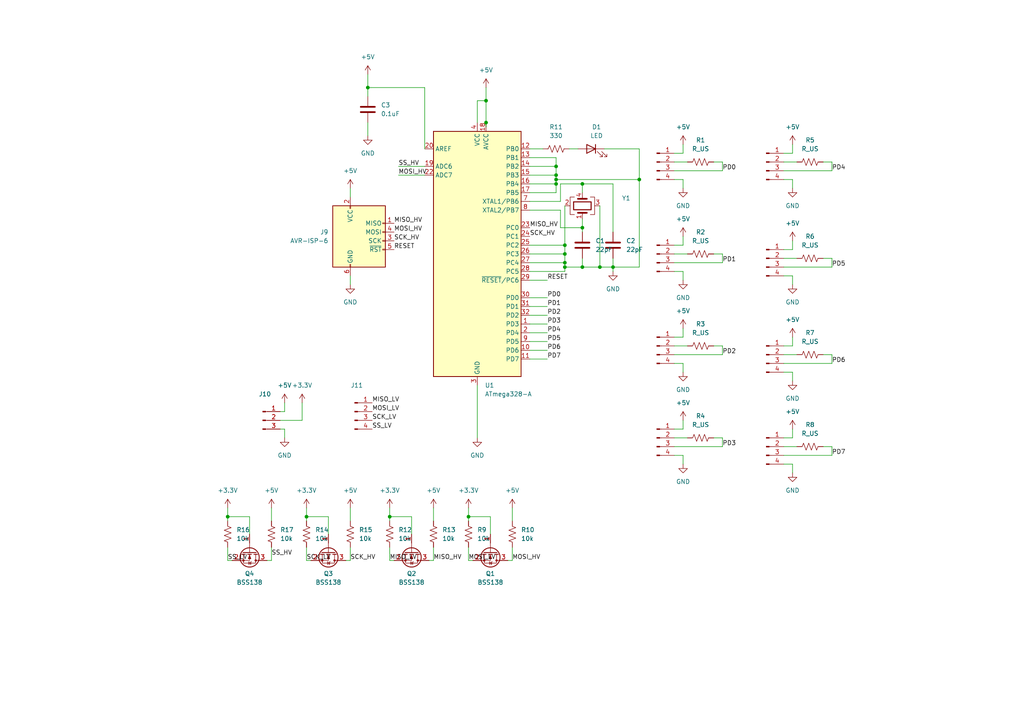
<source format=kicad_sch>
(kicad_sch (version 20230121) (generator eeschema)
  (paper "A4")
  (title_block (title "Octasonic Breakout for Raspberry Pi") (company "Grove Enterprises LLC"))
  (lib_symbols
    (symbol "Connector:AVR-ISP-6" (pin_names (offset 1.016))
      (property "Reference" "J" (at -6.35 11.43 0))
      (property "Value" "AVR-ISP-6" (at 0 11.43 0))
      (symbol "AVR-ISP-6_0_1"
        (rectangle (start -2.667 -6.858) (end -2.413 -7.62))
        (rectangle (start -2.667 10.16) (end -2.413 9.398))
        (rectangle (start 7.62 -2.413) (end 6.858 -2.667))
        (rectangle (start 7.62 0.127) (end 6.858 -0.127))
        (rectangle (start 7.62 2.667) (end 6.858 2.413))
        (rectangle (start 7.62 5.207) (end 6.858 4.953))
        (rectangle (start 7.62 10.16) (end -7.62 -7.62) (stroke (width 0.254)) (fill (type background)))
      )
      (symbol "AVR-ISP-6_1_1"
        (pin passive line (at 10.16 5.08 180) (length 2.54) (name "MISO") (number "1"))
        (pin passive line (at -2.54 12.7 270) (length 2.54) (name "VCC") (number "2"))
        (pin passive line (at 10.16 0 180) (length 2.54) (name "SCK") (number "3"))
        (pin passive line (at 10.16 2.54 180) (length 2.54) (name "MOSI") (number "4"))
        (pin passive line (at 10.16 -2.54 180) (length 2.54) (name "~{RST}") (number "5"))
        (pin passive line (at -2.54 -10.16 90) (length 2.54) (name "GND") (number "6"))
      )
    )
    (symbol "Connector:Conn_01x03_Pin" (pin_names (offset 1.016) hide)
      (property "Reference" "J" (at 0 5.08 0))
      (property "Value" "Conn_01x03_Pin" (at 0 -5.08 0))
      (symbol "Conn_01x03_Pin_1_1"
        (polyline (pts (xy 1.27 -2.54) (xy 0.8636 -2.54)) (stroke (width 0.1524)))
        (polyline (pts (xy 1.27 0) (xy 0.8636 0)) (stroke (width 0.1524)))
        (polyline (pts (xy 1.27 2.54) (xy 0.8636 2.54)) (stroke (width 0.1524)))
        (rectangle (start 0.8636 -2.413) (end 0 -2.667) (stroke (width 0.1524)) (fill (type outline)))
        (rectangle (start 0.8636 0.127) (end 0 -0.127) (stroke (width 0.1524)) (fill (type outline)))
        (rectangle (start 0.8636 2.667) (end 0 2.413) (stroke (width 0.1524)) (fill (type outline)))
        (pin passive line (at 5.08 2.54 180) (length 3.81) (name "Pin_1") (number "1"))
        (pin passive line (at 5.08 0 180) (length 3.81) (name "Pin_2") (number "2"))
        (pin passive line (at 5.08 -2.54 180) (length 3.81) (name "Pin_3") (number "3"))
      )
    )
    (symbol "Connector:Conn_01x04_Pin" (pin_names (offset 1.016) hide)
      (property "Reference" "J" (at 0 5.08 0))
      (property "Value" "Conn_01x04_Pin" (at 0 -7.62 0))
      (symbol "Conn_01x04_Pin_1_1"
        (polyline (pts (xy 1.27 -5.08) (xy 0.8636 -5.08)) (stroke (width 0.1524)))
        (polyline (pts (xy 1.27 -2.54) (xy 0.8636 -2.54)) (stroke (width 0.1524)))
        (polyline (pts (xy 1.27 0) (xy 0.8636 0)) (stroke (width 0.1524)))
        (polyline (pts (xy 1.27 2.54) (xy 0.8636 2.54)) (stroke (width 0.1524)))
        (rectangle (start 0.8636 -4.953) (end 0 -5.207) (stroke (width 0.1524)) (fill (type outline)))
        (rectangle (start 0.8636 -2.413) (end 0 -2.667) (stroke (width 0.1524)) (fill (type outline)))
        (rectangle (start 0.8636 0.127) (end 0 -0.127) (stroke (width 0.1524)) (fill (type outline)))
        (rectangle (start 0.8636 2.667) (end 0 2.413) (stroke (width 0.1524)) (fill (type outline)))
        (pin passive line (at 5.08 2.54 180) (length 3.81) (name "Pin_1") (number "1"))
        (pin passive line (at 5.08 0 180) (length 3.81) (name "Pin_2") (number "2"))
        (pin passive line (at 5.08 -2.54 180) (length 3.81) (name "Pin_3") (number "3"))
        (pin passive line (at 5.08 -5.08 180) (length 3.81) (name "Pin_4") (number "4"))
      )
    )
    (symbol "Device:C" (pin_numbers hide) (pin_names (offset 0.254))
      (property "Reference" "C" (at 0.635 2.54 0))
      (property "Value" "C" (at 0.635 -2.54 0))
      (symbol "C_0_1"
        (polyline (pts (xy -2.032 -0.762) (xy 2.032 -0.762)) (stroke (width 0.508)))
        (polyline (pts (xy -2.032 0.762) (xy 2.032 0.762)) (stroke (width 0.508)))
      )
      (symbol "C_1_1"
        (pin passive line (at 0 3.81 270) (length 2.794) (name "~") (number "1"))
        (pin passive line (at 0 -3.81 90) (length 2.794) (name "~") (number "2"))
      )
    )
    (symbol "Device:Crystal_GND23" (pin_names (offset 1.016) hide)
      (property "Reference" "Y" (at 3.175 5.08 0))
      (property "Value" "Crystal_GND23" (at 3.175 3.175 0))
      (symbol "Crystal_GND23_0_1"
        (rectangle (start -1.143 2.54) (end 1.143 -2.54) (stroke (width 0.3048)))
        (polyline (pts (xy -2.54 0) (xy -2.032 0)))
        (polyline (pts (xy -2.032 -1.27) (xy -2.032 1.27)) (stroke (width 0.508)))
        (polyline (pts (xy 0 -3.81) (xy 0 -3.556)))
        (polyline (pts (xy 0 3.556) (xy 0 3.81)))
        (polyline (pts (xy 2.032 -1.27) (xy 2.032 1.27)) (stroke (width 0.508)))
        (polyline (pts (xy 2.032 0) (xy 2.54 0)))
        (polyline (pts (xy -2.54 -2.286) (xy -2.54 -3.556) (xy 2.54 -3.556) (xy 2.54 -2.286)))
        (polyline (pts (xy -2.54 2.286) (xy -2.54 3.556) (xy 2.54 3.556) (xy 2.54 2.286)))
      )
      (symbol "Crystal_GND23_1_1"
        (pin passive line (at -3.81 0 0) (length 1.27) (name "1") (number "1"))
        (pin passive line (at 0 5.08 270) (length 1.27) (name "2") (number "2"))
        (pin passive line (at 0 -5.08 90) (length 1.27) (name "3") (number "3"))
        (pin passive line (at 3.81 0 180) (length 1.27) (name "4") (number "4"))
      )
    )
    (symbol "Device:LED" (pin_numbers hide) (pin_names (offset 1.016) hide)
      (property "Reference" "D" (at 0 2.54 0))
      (property "Value" "LED" (at 0 -2.54 0))
      (symbol "LED_0_1"
        (polyline (pts (xy -1.27 -1.27) (xy -1.27 1.27)) (stroke (width 0.254)))
        (polyline (pts (xy -1.27 0) (xy 1.27 0)))
        (polyline (pts (xy 1.27 -1.27) (xy 1.27 1.27) (xy -1.27 0) (xy 1.27 -1.27)) (stroke (width 0.254)))
        (polyline (pts (xy -3.048 -0.762) (xy -4.572 -2.286) (xy -3.81 -2.286) (xy -4.572 -2.286) (xy -4.572 -1.524)))
        (polyline (pts (xy -1.778 -0.762) (xy -3.302 -2.286) (xy -2.54 -2.286) (xy -3.302 -2.286) (xy -3.302 -1.524)))
      )
      (symbol "LED_1_1"
        (pin passive line (at -3.81 0 0) (length 2.54) (name "K") (number "1"))
        (pin passive line (at 3.81 0 180) (length 2.54) (name "A") (number "2"))
      )
    )
    (symbol "Device:R_US" (pin_numbers hide) (pin_names (offset 0))
      (property "Reference" "R" (at 2.54 0 90))
      (property "Value" "R_US" (at -2.54 0 90))
      (symbol "R_US_0_1"
        (polyline (pts (xy 0 -2.286) (xy 0 -2.54)))
        (polyline (pts (xy 0 2.286) (xy 0 2.54)))
        (polyline (pts (xy 0 -0.762) (xy 1.016 -1.143) (xy 0 -1.524) (xy -1.016 -1.905) (xy 0 -2.286)))
        (polyline (pts (xy 0 0.762) (xy 1.016 0.381) (xy 0 0) (xy -1.016 -0.381) (xy 0 -0.762)))
        (polyline (pts (xy 0 2.286) (xy 1.016 1.905) (xy 0 1.524) (xy -1.016 1.143) (xy 0 0.762)))
      )
      (symbol "R_US_1_1"
        (pin passive line (at 0 3.81 270) (length 1.27) (name "~") (number "1"))
        (pin passive line (at 0 -3.81 90) (length 1.27) (name "~") (number "2"))
      )
    )
    (symbol "MCU_Microchip_ATmega:ATmega328-A"
      (property "Reference" "U" (at -12.7 36.83 0))
      (property "Value" "ATmega328-A" (at 2.54 -36.83 0))
      (symbol "ATmega328-A_0_1"
        (rectangle (start -12.7 -35.56) (end 12.7 35.56) (stroke (width 0.254)) (fill (type background)))
      )
      (symbol "ATmega328-A_1_1"
        (pin bidirectional line (at 15.24 -20.32 180) (length 2.54) (name "PD3") (number "1"))
        (pin bidirectional line (at 15.24 -27.94 180) (length 2.54) (name "PD6") (number "10"))
        (pin bidirectional line (at 15.24 -30.48 180) (length 2.54) (name "PD7") (number "11"))
        (pin bidirectional line (at 15.24 30.48 180) (length 2.54) (name "PB0") (number "12"))
        (pin bidirectional line (at 15.24 27.94 180) (length 2.54) (name "PB1") (number "13"))
        (pin bidirectional line (at 15.24 25.4 180) (length 2.54) (name "PB2") (number "14"))
        (pin bidirectional line (at 15.24 22.86 180) (length 2.54) (name "PB3") (number "15"))
        (pin bidirectional line (at 15.24 20.32 180) (length 2.54) (name "PB4") (number "16"))
        (pin bidirectional line (at 15.24 17.78 180) (length 2.54) (name "PB5") (number "17"))
        (pin power_in line (at 2.54 38.1 270) (length 2.54) (name "AVCC") (number "18"))
        (pin input line (at -15.24 25.4 0) (length 2.54) (name "ADC6") (number "19"))
        (pin bidirectional line (at 15.24 -22.86 180) (length 2.54) (name "PD4") (number "2"))
        (pin passive line (at -15.24 30.48 0) (length 2.54) (name "AREF") (number "20"))
        (pin passive line (at 0 -38.1 90) (length 2.54) hide (name "GND") (number "21"))
        (pin input line (at -15.24 22.86 0) (length 2.54) (name "ADC7") (number "22"))
        (pin bidirectional line (at 15.24 7.62 180) (length 2.54) (name "PC0") (number "23"))
        (pin bidirectional line (at 15.24 5.08 180) (length 2.54) (name "PC1") (number "24"))
        (pin bidirectional line (at 15.24 2.54 180) (length 2.54) (name "PC2") (number "25"))
        (pin bidirectional line (at 15.24 0 180) (length 2.54) (name "PC3") (number "26"))
        (pin bidirectional line (at 15.24 -2.54 180) (length 2.54) (name "PC4") (number "27"))
        (pin bidirectional line (at 15.24 -5.08 180) (length 2.54) (name "PC5") (number "28"))
        (pin bidirectional line (at 15.24 -7.62 180) (length 2.54) (name "~{RESET}/PC6") (number "29"))
        (pin power_in line (at 0 -38.1 90) (length 2.54) (name "GND") (number "3"))
        (pin bidirectional line (at 15.24 -12.7 180) (length 2.54) (name "PD0") (number "30"))
        (pin bidirectional line (at 15.24 -15.24 180) (length 2.54) (name "PD1") (number "31"))
        (pin bidirectional line (at 15.24 -17.78 180) (length 2.54) (name "PD2") (number "32"))
        (pin power_in line (at 0 38.1 270) (length 2.54) (name "VCC") (number "4"))
        (pin passive line (at 0 -38.1 90) (length 2.54) hide (name "GND") (number "5"))
        (pin passive line (at 0 38.1 270) (length 2.54) hide (name "VCC") (number "6"))
        (pin bidirectional line (at 15.24 15.24 180) (length 2.54) (name "XTAL1/PB6") (number "7"))
        (pin bidirectional line (at 15.24 12.7 180) (length 2.54) (name "XTAL2/PB7") (number "8"))
        (pin bidirectional line (at 15.24 -25.4 180) (length 2.54) (name "PD5") (number "9"))
      )
    )
    (symbol "Transistor_FET:BSS138" (pin_names hide)
      (property "Reference" "Q" (at 5.08 1.905 0))
      (property "Value" "BSS138" (at 5.08 0 0))
      (symbol "BSS138_0_1"
        (polyline (pts (xy 0.254 0) (xy -2.54 0)))
        (polyline (pts (xy 0.254 1.905) (xy 0.254 -1.905)) (stroke (width 0.254)))
        (polyline (pts (xy 0.762 -1.27) (xy 0.762 -2.286)) (stroke (width 0.254)))
        (polyline (pts (xy 0.762 0.508) (xy 0.762 -0.508)) (stroke (width 0.254)))
        (polyline (pts (xy 0.762 2.286) (xy 0.762 1.27)) (stroke (width 0.254)))
        (polyline (pts (xy 2.54 2.54) (xy 2.54 1.778)))
        (polyline (pts (xy 2.54 -2.54) (xy 2.54 0) (xy 0.762 0)))
        (polyline (pts (xy 0.762 -1.778) (xy 3.302 -1.778) (xy 3.302 1.778) (xy 0.762 1.778)))
        (polyline (pts (xy 1.016 0) (xy 2.032 0.381) (xy 2.032 -0.381) (xy 1.016 0)) (fill (type outline)))
        (polyline (pts (xy 2.794 0.508) (xy 2.921 0.381) (xy 3.683 0.381) (xy 3.81 0.254)))
        (polyline (pts (xy 3.302 0.381) (xy 2.921 -0.254) (xy 3.683 -0.254) (xy 3.302 0.381)))
        (circle (center 1.651 0) (radius 2.794) (stroke (width 0.254)))
        (circle (center 2.54 -1.778) (radius 0.254) (fill (type outline)))
        (circle (center 2.54 1.778) (radius 0.254) (fill (type outline)))
      )
      (symbol "BSS138_1_1"
        (pin input line (at -5.08 0 0) (length 2.54) (name "G") (number "1"))
        (pin passive line (at 2.54 -5.08 90) (length 2.54) (name "S") (number "2"))
        (pin passive line (at 2.54 5.08 270) (length 2.54) (name "D") (number "3"))
      )
    )
    (symbol "power:+3.3V" (power) (pin_names (offset 0))
      (property "Value" "+3.3V" (at 0 3.556 0))
      (symbol "+3.3V_0_1"
        (polyline (pts (xy -0.762 1.27) (xy 0 2.54)))
        (polyline (pts (xy 0 0) (xy 0 2.54)))
        (polyline (pts (xy 0 2.54) (xy 0.762 1.27)))
      )
      (symbol "+3.3V_1_1"
        (pin power_in line (at 0 0 90) (length 0) hide (name "+3.3V") (number "1"))
      )
    )
    (symbol "power:+5V" (power) (pin_names (offset 0))
      (property "Value" "+5V" (at 0 3.556 0))
      (symbol "+5V_0_1"
        (polyline (pts (xy -0.762 1.27) (xy 0 2.54)))
        (polyline (pts (xy 0 0) (xy 0 2.54)))
        (polyline (pts (xy 0 2.54) (xy 0.762 1.27)))
      )
      (symbol "+5V_1_1"
        (pin power_in line (at 0 0 90) (length 0) hide (name "+5V") (number "1"))
      )
    )
    (symbol "power:GND" (power) (pin_names (offset 0))
      (property "Value" "GND" (at 0 -3.81 0))
      (symbol "GND_0_1"
        (polyline (pts (xy 0 0) (xy 0 -1.27) (xy 1.27 -1.27) (xy 0 -2.54) (xy -1.27 -1.27) (xy 0 -1.27)))
      )
      (symbol "GND_1_1"
        (pin power_in line (at 0 0 270) (length 0) hide (name "GND") (number "1"))
      )
    )
  )
  (junction (at 106.68 25.4))
  (junction (at 135.89 149.86))
  (junction (at 140.97 35.56))
  (junction (at 163.83 77.47))
  (junction (at 161.29 52.07))
  (junction (at 168.91 66.04))
  (junction (at 168.91 77.47))
  (junction (at 168.91 53.34))
  (junction (at 163.83 71.12))
  (junction (at 173.99 77.47))
  (junction (at 163.83 73.66))
  (junction (at 161.29 48.26))
  (junction (at 163.83 76.2))
  (junction (at 88.9 149.86))
  (junction (at 66.04 149.86))
  (junction (at 161.29 50.8))
  (junction (at 113.03 149.86))
  (junction (at 161.29 53.34))
  (junction (at 185.42 52.07))
  (junction (at 177.8 77.47))
  (junction (at 140.97 29.21))
  (wire (pts (xy 198.12 81.28) (xy 198.12 78.74)))
  (wire (pts (xy 148.59 147.32) (xy 148.59 151.13)))
  (wire (pts (xy 209.55 76.2) (xy 195.58 76.2)))
  (wire (pts (xy 88.9 149.86) (xy 95.25 149.86)))
  (wire (pts (xy 161.29 48.26) (xy 161.29 50.8)))
  (wire (pts (xy 163.83 73.66) (xy 163.83 76.2)))
  (wire (pts (xy 88.9 158.75) (xy 88.9 162.56)))
  (wire (pts (xy 161.29 50.8) (xy 161.29 52.07)))
  (wire (pts (xy 198.12 44.45) (xy 195.58 44.45)))
  (wire (pts (xy 198.12 78.74) (xy 195.58 78.74)))
  (wire (pts (xy 66.04 149.86) (xy 66.04 151.13)))
  (wire (pts (xy 227.33 74.93) (xy 231.14 74.93)))
  (wire (pts (xy 78.74 158.75) (xy 78.74 162.56)))
  (wire (pts (xy 173.99 59.69) (xy 173.99 77.47)))
  (wire (pts (xy 158.75 99.06) (xy 153.67 99.06)))
  (wire (pts (xy 241.3 74.93) (xy 241.3 77.47)))
  (wire (pts (xy 198.12 107.95) (xy 198.12 105.41)))
  (wire (pts (xy 229.87 41.91) (xy 229.87 44.45)))
  (wire (pts (xy 87.63 116.84) (xy 87.63 121.92)))
  (wire (pts (xy 229.87 52.07) (xy 227.33 52.07)))
  (wire (pts (xy 198.12 121.92) (xy 198.12 124.46)))
  (wire (pts (xy 198.12 52.07) (xy 195.58 52.07)))
  (wire (pts (xy 241.3 102.87) (xy 241.3 105.41)))
  (wire (pts (xy 229.87 80.01) (xy 227.33 80.01)))
  (wire (pts (xy 78.74 147.32) (xy 78.74 151.13)))
  (wire (pts (xy 158.75 91.44) (xy 153.67 91.44)))
  (wire (pts (xy 95.25 149.86) (xy 95.25 154.94)))
  (wire (pts (xy 113.03 147.32) (xy 113.03 149.86)))
  (wire (pts (xy 162.56 60.96) (xy 162.56 66.04)))
  (wire (pts (xy 153.67 73.66) (xy 163.83 73.66)))
  (wire (pts (xy 101.6 162.56) (xy 100.33 162.56)))
  (wire (pts (xy 173.99 77.47) (xy 177.8 77.47)))
  (wire (pts (xy 209.55 46.99) (xy 209.55 49.53)))
  (wire (pts (xy 168.91 77.47) (xy 173.99 77.47)))
  (wire (pts (xy 82.55 116.84) (xy 82.55 119.38)))
  (wire (pts (xy 168.91 53.34) (xy 168.91 55.88)))
  (wire (pts (xy 241.3 77.47) (xy 227.33 77.47)))
  (wire (pts (xy 142.24 149.86) (xy 142.24 154.94)))
  (wire (pts (xy 229.87 54.61) (xy 229.87 52.07)))
  (wire (pts (xy 88.9 149.86) (xy 88.9 151.13)))
  (wire (pts (xy 158.75 93.98) (xy 153.67 93.98)))
  (wire (pts (xy 238.76 46.99) (xy 241.3 46.99)))
  (wire (pts (xy 209.55 129.54) (xy 195.58 129.54)))
  (wire (pts (xy 168.91 77.47) (xy 168.91 74.93)))
  (wire (pts (xy 66.04 147.32) (xy 66.04 149.86)))
  (wire (pts (xy 163.83 77.47) (xy 168.91 77.47)))
  (wire (pts (xy 229.87 100.33) (xy 227.33 100.33)))
  (wire (pts (xy 81.28 124.46) (xy 82.55 124.46)))
  (wire (pts (xy 177.8 53.34) (xy 168.91 53.34)))
  (wire (pts (xy 66.04 162.56) (xy 67.31 162.56)))
  (wire (pts (xy 113.03 149.86) (xy 113.03 151.13)))
  (wire (pts (xy 135.89 158.75) (xy 135.89 162.56)))
  (wire (pts (xy 135.89 162.56) (xy 137.16 162.56)))
  (wire (pts (xy 123.19 25.4) (xy 106.68 25.4)))
  (wire (pts (xy 198.12 97.79) (xy 195.58 97.79)))
  (wire (pts (xy 135.89 149.86) (xy 142.24 149.86)))
  (wire (pts (xy 229.87 72.39) (xy 227.33 72.39)))
  (wire (pts (xy 185.42 77.47) (xy 177.8 77.47)))
  (wire (pts (xy 229.87 97.79) (xy 229.87 100.33)))
  (wire (pts (xy 135.89 147.32) (xy 135.89 149.86)))
  (wire (pts (xy 207.01 46.99) (xy 209.55 46.99)))
  (wire (pts (xy 229.87 82.55) (xy 229.87 80.01)))
  (wire (pts (xy 115.57 50.8) (xy 123.19 50.8)))
  (wire (pts (xy 195.58 100.33) (xy 199.39 100.33)))
  (wire (pts (xy 153.67 48.26) (xy 161.29 48.26)))
  (wire (pts (xy 158.75 101.6) (xy 153.67 101.6)))
  (wire (pts (xy 153.67 60.96) (xy 162.56 60.96)))
  (wire (pts (xy 161.29 45.72) (xy 161.29 48.26)))
  (wire (pts (xy 168.91 66.04) (xy 168.91 67.31)))
  (wire (pts (xy 238.76 102.87) (xy 241.3 102.87)))
  (wire (pts (xy 229.87 127) (xy 227.33 127)))
  (wire (pts (xy 78.74 162.56) (xy 77.47 162.56)))
  (wire (pts (xy 148.59 158.75) (xy 148.59 162.56)))
  (wire (pts (xy 82.55 119.38) (xy 81.28 119.38)))
  (wire (pts (xy 227.33 129.54) (xy 231.14 129.54)))
  (wire (pts (xy 207.01 73.66) (xy 209.55 73.66)))
  (wire (pts (xy 125.73 147.32) (xy 125.73 151.13)))
  (wire (pts (xy 125.73 158.75) (xy 125.73 162.56)))
  (wire (pts (xy 66.04 149.86) (xy 72.39 149.86)))
  (wire (pts (xy 135.89 149.86) (xy 135.89 151.13)))
  (wire (pts (xy 238.76 129.54) (xy 241.3 129.54)))
  (wire (pts (xy 177.8 74.93) (xy 177.8 77.47)))
  (wire (pts (xy 106.68 25.4) (xy 106.68 27.94)))
  (wire (pts (xy 153.67 55.88) (xy 161.29 55.88)))
  (wire (pts (xy 106.68 35.56) (xy 106.68 39.37)))
  (wire (pts (xy 140.97 35.56) (xy 140.97 36.83)))
  (wire (pts (xy 123.19 43.18) (xy 123.19 25.4)))
  (wire (pts (xy 153.67 43.18) (xy 157.48 43.18)))
  (wire (pts (xy 88.9 147.32) (xy 88.9 149.86)))
  (wire (pts (xy 158.75 104.14) (xy 153.67 104.14)))
  (wire (pts (xy 177.8 77.47) (xy 177.8 78.74)))
  (wire (pts (xy 198.12 95.25) (xy 198.12 97.79)))
  (wire (pts (xy 229.87 124.46) (xy 229.87 127)))
  (wire (pts (xy 198.12 134.62) (xy 198.12 132.08)))
  (wire (pts (xy 162.56 53.34) (xy 168.91 53.34)))
  (wire (pts (xy 163.83 76.2) (xy 163.83 77.47)))
  (wire (pts (xy 163.83 78.74) (xy 163.83 77.47)))
  (wire (pts (xy 113.03 149.86) (xy 119.38 149.86)))
  (wire (pts (xy 209.55 100.33) (xy 209.55 102.87)))
  (wire (pts (xy 153.67 53.34) (xy 161.29 53.34)))
  (wire (pts (xy 153.67 45.72) (xy 161.29 45.72)))
  (wire (pts (xy 66.04 158.75) (xy 66.04 162.56)))
  (wire (pts (xy 119.38 149.86) (xy 119.38 154.94)))
  (wire (pts (xy 125.73 162.56) (xy 124.46 162.56)))
  (wire (pts (xy 153.67 71.12) (xy 163.83 71.12)))
  (wire (pts (xy 229.87 69.85) (xy 229.87 72.39)))
  (wire (pts (xy 140.97 25.4) (xy 140.97 29.21)))
  (wire (pts (xy 101.6 80.01) (xy 101.6 82.55)))
  (wire (pts (xy 158.75 96.52) (xy 153.67 96.52)))
  (wire (pts (xy 195.58 73.66) (xy 199.39 73.66)))
  (wire (pts (xy 198.12 41.91) (xy 198.12 44.45)))
  (wire (pts (xy 161.29 52.07) (xy 161.29 53.34)))
  (wire (pts (xy 168.91 63.5) (xy 168.91 66.04)))
  (wire (pts (xy 163.83 59.69) (xy 163.83 71.12)))
  (wire (pts (xy 177.8 67.31) (xy 177.8 53.34)))
  (wire (pts (xy 209.55 127) (xy 209.55 129.54)))
  (wire (pts (xy 153.67 58.42) (xy 162.56 58.42)))
  (wire (pts (xy 115.57 48.26) (xy 123.19 48.26)))
  (wire (pts (xy 229.87 107.95) (xy 227.33 107.95)))
  (wire (pts (xy 153.67 50.8) (xy 161.29 50.8)))
  (wire (pts (xy 229.87 44.45) (xy 227.33 44.45)))
  (wire (pts (xy 241.3 46.99) (xy 241.3 49.53)))
  (wire (pts (xy 198.12 124.46) (xy 195.58 124.46)))
  (wire (pts (xy 161.29 53.34) (xy 161.29 55.88)))
  (wire (pts (xy 162.56 66.04) (xy 168.91 66.04)))
  (wire (pts (xy 113.03 162.56) (xy 114.3 162.56)))
  (wire (pts (xy 153.67 76.2) (xy 163.83 76.2)))
  (wire (pts (xy 153.67 78.74) (xy 163.83 78.74)))
  (wire (pts (xy 238.76 74.93) (xy 241.3 74.93)))
  (wire (pts (xy 175.26 43.18) (xy 185.42 43.18)))
  (wire (pts (xy 209.55 73.66) (xy 209.55 76.2)))
  (wire (pts (xy 198.12 71.12) (xy 195.58 71.12)))
  (wire (pts (xy 101.6 147.32) (xy 101.6 151.13)))
  (wire (pts (xy 229.87 134.62) (xy 227.33 134.62)))
  (wire (pts (xy 140.97 29.21) (xy 138.43 29.21)))
  (wire (pts (xy 165.1 43.18) (xy 167.64 43.18)))
  (wire (pts (xy 148.59 162.56) (xy 147.32 162.56)))
  (wire (pts (xy 88.9 162.56) (xy 90.17 162.56)))
  (wire (pts (xy 227.33 102.87) (xy 231.14 102.87)))
  (wire (pts (xy 185.42 43.18) (xy 185.42 52.07)))
  (wire (pts (xy 113.03 158.75) (xy 113.03 162.56)))
  (wire (pts (xy 87.63 121.92) (xy 81.28 121.92)))
  (wire (pts (xy 138.43 29.21) (xy 138.43 35.56)))
  (wire (pts (xy 72.39 149.86) (xy 72.39 154.94)))
  (wire (pts (xy 163.83 71.12) (xy 163.83 73.66)))
  (wire (pts (xy 161.29 52.07) (xy 185.42 52.07)))
  (wire (pts (xy 106.68 21.59) (xy 106.68 25.4)))
  (wire (pts (xy 229.87 110.49) (xy 229.87 107.95)))
  (wire (pts (xy 198.12 105.41) (xy 195.58 105.41)))
  (wire (pts (xy 229.87 137.16) (xy 229.87 134.62)))
  (wire (pts (xy 198.12 54.61) (xy 198.12 52.07)))
  (wire (pts (xy 195.58 127) (xy 199.39 127)))
  (wire (pts (xy 241.3 129.54) (xy 241.3 132.08)))
  (wire (pts (xy 207.01 127) (xy 209.55 127)))
  (wire (pts (xy 209.55 49.53) (xy 195.58 49.53)))
  (wire (pts (xy 209.55 102.87) (xy 195.58 102.87)))
  (wire (pts (xy 198.12 68.58) (xy 198.12 71.12)))
  (wire (pts (xy 158.75 81.28) (xy 153.67 81.28)))
  (wire (pts (xy 158.75 86.36) (xy 153.67 86.36)))
  (wire (pts (xy 241.3 49.53) (xy 227.33 49.53)))
  (wire (pts (xy 82.55 124.46) (xy 82.55 127)))
  (wire (pts (xy 162.56 58.42) (xy 162.56 53.34)))
  (wire (pts (xy 158.75 88.9) (xy 153.67 88.9)))
  (wire (pts (xy 101.6 158.75) (xy 101.6 162.56)))
  (wire (pts (xy 138.43 111.76) (xy 138.43 127)))
  (wire (pts (xy 101.6 54.61) (xy 101.6 57.15)))
  (wire (pts (xy 241.3 105.41) (xy 227.33 105.41)))
  (wire (pts (xy 198.12 132.08) (xy 195.58 132.08)))
  (wire (pts (xy 140.97 29.21) (xy 140.97 35.56)))
  (wire (pts (xy 195.58 46.99) (xy 199.39 46.99)))
  (wire (pts (xy 207.01 100.33) (xy 209.55 100.33)))
  (wire (pts (xy 227.33 46.99) (xy 231.14 46.99)))
  (wire (pts (xy 241.3 132.08) (xy 227.33 132.08)))
  (wire (pts (xy 185.42 52.07) (xy 185.42 77.47)))
  (label "MOSI_LV" (at 135.89 162.56 0))
  (label "PD4" (at 241.3 49.53 0))
  (label "PD6" (at 241.3 105.41 0))
  (label "SCK_HV" (at 114.3 69.85 0))
  (label "PD5" (at 158.75 99.06 0))
  (label "PD3" (at 158.75 93.98 0))
  (label "RESET" (at 158.75 81.28 0))
  (label "MOSI_HV" (at 114.3 67.31 0))
  (label "MOSI_LV" (at 107.95 119.38 0))
  (label "PD7" (at 241.3 132.08 0))
  (label "PD3" (at 209.55 129.54 0))
  (label "SCK_HV" (at 153.67 68.58 0))
  (label "PD6" (at 158.75 101.6 0))
  (label "PD1" (at 158.75 88.9 0))
  (label "MOSI_HV" (at 115.57 50.8 0))
  (label "MOSI_HV" (at 148.59 162.56 0))
  (label "SCK_HV" (at 101.6 162.56 0))
  (label "SCK_LV" (at 88.9 162.56 0))
  (label "PD2" (at 209.55 102.87 0))
  (label "PD5" (at 241.3 77.47 0))
  (label "SS_LV" (at 66.04 162.56 0))
  (label "MISO_HV" (at 125.73 162.56 0))
  (label "SS_LV" (at 107.95 124.46 0))
  (label "PD0" (at 158.75 86.36 0))
  (label "PD7" (at 158.75 104.14 0))
  (label "MISO_HV" (at 153.67 66.04 0))
  (label "PD1" (at 209.55 76.2 0))
  (label "PD4" (at 158.75 96.52 0))
  (label "RESET" (at 114.3 72.39 0))
  (label "SS_HV" (at 78.74 161.29 0))
  (label "MISO_LV" (at 113.03 162.56 0))
  (label "SS_HV" (at 115.57 48.26 0))
  (label "SCK_LV" (at 107.95 121.92 0))
  (label "MISO_LV" (at 107.95 116.84 0))
  (label "PD0" (at 209.55 49.53 0))
  (label "MISO_HV" (at 114.3 64.77 0))
  (label "PD2" (at 158.75 91.44 0))
  (symbol (lib_id "power:+5V") (at 106.68 21.59 0) (unit 1)
    (property "Reference" "#PWR020" (effects hide))
    (property "Value" "+5V" (at 106.68 16.51 0))
  )
  (symbol (lib_id "Connector:Conn_01x04_Pin") (at 190.5 73.66 0) (unit 1)
    (property "Reference" "J2" (effects hide))
    (property "Value" "Conn_01x04_Pin" (effects hide))
    (property "Footprint" "Connector_PinHeader_2.54mm:PinHeader_1x04_P2.54mm_Vertical" (effects hide))
  )
  (symbol (lib_id "Device:R_US") (at 234.95 102.87 90) (unit 1)
    (property "Reference" "R7" (at 234.95 96.52 90))
    (property "Value" "R_US" (at 234.95 99.06 90))
    (property "Footprint" "Resistor_SMD:R_0603_1608Metric" (effects hide))
  )
  (symbol (lib_id "power:+5V") (at 78.74 147.32 0) (unit 1)
    (property "Reference" "#PWR029" (effects hide))
    (property "Value" "+5V" (at 78.74 142.24 0))
  )
  (symbol (lib_id "power:+5V") (at 148.59 147.32 0) (unit 1)
    (property "Reference" "#PWR019" (effects hide))
    (property "Value" "+5V" (at 148.59 142.24 0))
  )
  (symbol (lib_id "power:GND") (at 229.87 110.49 0) (unit 1)
    (property "Reference" "#PWR016" (effects hide))
    (property "Value" "GND" (at 229.87 115.57 0))
  )
  (symbol (lib_id "Device:R_US") (at 101.6 154.94 180) (unit 1)
    (property "Reference" "R15" (at 104.14 153.67 0) (effects (justify right)))
    (property "Value" "10k" (at 104.14 156.21 0) (effects (justify right)))
    (property "Footprint" "Resistor_SMD:R_0603_1608Metric" (effects hide))
  )
  (symbol (lib_id "Device:R_US") (at 125.73 154.94 180) (unit 1)
    (property "Reference" "R13" (at 128.27 153.67 0) (effects (justify right)))
    (property "Value" "10k" (at 128.27 156.21 0) (effects (justify right)))
    (property "Footprint" "Resistor_SMD:R_0603_1608Metric" (effects hide))
  )
  (symbol (lib_id "Connector:Conn_01x03_Pin") (at 76.2 121.92 0) (unit 1)
    (property "Reference" "J10" (at 76.835 114.3 0))
    (property "Value" "Conn_01x03_Pin" (effects hide))
    (property "Footprint" "Connector_PinHeader_2.54mm:PinHeader_1x03_P2.54mm_Vertical" (effects hide))
  )
  (symbol (lib_id "power:GND") (at 106.68 39.37 0) (unit 1)
    (property "Reference" "#PWR022" (effects hide))
    (property "Value" "GND" (at 106.68 44.45 0))
  )
  (symbol (lib_id "power:+5V") (at 82.55 116.84 0) (unit 1)
    (property "Reference" "#PWR032" (effects hide))
    (property "Value" "+5V" (at 82.55 111.76 0))
  )
  (symbol (lib_id "power:GND") (at 198.12 81.28 0) (unit 1)
    (property "Reference" "#PWR06" (effects hide))
    (property "Value" "GND" (at 198.12 86.36 0))
  )
  (symbol (lib_id "power:GND") (at 229.87 54.61 0) (unit 1)
    (property "Reference" "#PWR012" (effects hide))
    (property "Value" "GND" (at 229.87 59.69 0))
  )
  (symbol (lib_id "power:GND") (at 229.87 137.16 0) (unit 1)
    (property "Reference" "#PWR018" (effects hide))
    (property "Value" "GND" (at 229.87 142.24 0))
  )
  (symbol (lib_id "power:GND") (at 198.12 107.95 0) (unit 1)
    (property "Reference" "#PWR08" (effects hide))
    (property "Value" "GND" (at 198.12 113.03 0))
  )
  (symbol (lib_id "Connector:Conn_01x04_Pin") (at 190.5 127 0) (unit 1)
    (property "Reference" "J4" (effects hide))
    (property "Value" "Conn_01x04_Pin" (effects hide))
    (property "Footprint" "Connector_PinHeader_2.54mm:PinHeader_1x04_P2.54mm_Vertical" (effects hide))
  )
  (symbol (lib_id "Device:R_US") (at 78.74 154.94 180) (unit 1)
    (property "Reference" "R17" (at 81.28 153.67 0) (effects (justify right)))
    (property "Value" "10k" (at 81.28 156.21 0) (effects (justify right)))
    (property "Footprint" "Resistor_SMD:R_0603_1608Metric" (effects hide))
  )
  (symbol (lib_id "power:GND") (at 138.43 127 0) (unit 1)
    (property "Reference" "#PWR02" (effects hide))
    (property "Value" "GND" (at 138.43 132.08 0))
  )
  (symbol (lib_id "Transistor_FET:BSS138") (at 72.39 160.02 270) (unit 1)
    (property "Reference" "Q4" (at 72.39 166.37 90))
    (property "Value" "BSS138" (at 72.39 168.91 90))
    (property "Footprint" "Package_TO_SOT_SMD:SOT-23" (effects hide))
    (property "Datasheet" "https://www.onsemi.com/pub/Collateral/BSS138-D.PDF" (effects hide))
  )
  (symbol (lib_id "Device:R_US") (at 234.95 74.93 90) (unit 1)
    (property "Reference" "R6" (at 234.95 68.58 90))
    (property "Value" "R_US" (at 234.95 71.12 90))
    (property "Footprint" "Resistor_SMD:R_0603_1608Metric" (effects hide))
  )
  (symbol (lib_id "Device:R_US") (at 135.89 154.94 180) (unit 1)
    (property "Reference" "R9" (at 138.43 153.67 0) (effects (justify right)))
    (property "Value" "10k" (at 138.43 156.21 0) (effects (justify right)))
    (property "Footprint" "Resistor_SMD:R_0603_1608Metric" (effects hide))
  )
  (symbol (lib_id "power:+5V") (at 101.6 147.32 0) (unit 1)
    (property "Reference" "#PWR027" (effects hide))
    (property "Value" "+5V" (at 101.6 142.24 0))
  )
  (symbol (lib_id "Device:R_US") (at 66.04 154.94 180) (unit 1)
    (property "Reference" "R16" (at 68.58 153.67 0) (effects (justify right)))
    (property "Value" "10k" (at 68.58 156.21 0) (effects (justify right)))
    (property "Footprint" "Resistor_SMD:R_0603_1608Metric" (effects hide))
  )
  (symbol (lib_id "power:+3.3V") (at 135.89 147.32 0) (unit 1)
    (property "Reference" "#PWR023" (effects hide))
    (property "Value" "+3.3V" (at 135.89 142.24 0))
  )
  (symbol (lib_id "Device:R_US") (at 88.9 154.94 180) (unit 1)
    (property "Reference" "R14" (at 91.44 153.67 0) (effects (justify right)))
    (property "Value" "10k" (at 91.44 156.21 0) (effects (justify right)))
    (property "Footprint" "Resistor_SMD:R_0603_1608Metric" (effects hide))
  )
  (symbol (lib_id "Device:C") (at 168.91 71.12 0) (unit 1)
    (property "Reference" "C1" (at 172.72 69.85 0) (effects (justify left)))
    (property "Value" "22pF" (at 172.72 72.39 0) (effects (justify left)))
    (property "Footprint" "Capacitor_SMD:C_0402_1005Metric" (effects hide))
  )
  (symbol (lib_id "Device:C") (at 177.8 71.12 0) (unit 1)
    (property "Reference" "C2" (at 181.61 69.85 0) (effects (justify left)))
    (property "Value" "22pF" (at 181.61 72.39 0) (effects (justify left)))
    (property "Footprint" "Capacitor_SMD:C_0402_1005Metric" (effects hide))
  )
  (symbol (lib_id "Device:R_US") (at 148.59 154.94 180) (unit 1)
    (property "Reference" "R10" (at 151.13 153.67 0) (effects (justify right)))
    (property "Value" "10k" (at 151.13 156.21 0) (effects (justify right)))
    (property "Footprint" "Resistor_SMD:R_0603_1608Metric" (effects hide))
  )
  (symbol (lib_id "power:+5V") (at 229.87 124.46 0) (unit 1)
    (property "Reference" "#PWR017" (effects hide))
    (property "Value" "+5V" (at 229.87 119.38 0))
  )
  (symbol (lib_id "Connector:Conn_01x04_Pin") (at 102.87 119.38 0) (unit 1)
    (property "Reference" "J11" (at 103.505 111.76 0))
    (property "Value" "Conn_01x04_Pin" (effects hide))
    (property "Footprint" "Connector_PinHeader_2.54mm:PinHeader_1x04_P2.54mm_Vertical" (effects hide))
  )
  (symbol (lib_id "Connector:Conn_01x04_Pin") (at 222.25 74.93 0) (unit 1)
    (property "Reference" "J6" (effects hide))
    (property "Value" "Conn_01x04_Pin" (effects hide))
    (property "Footprint" "Connector_PinHeader_2.54mm:PinHeader_1x04_P2.54mm_Vertical" (effects hide))
  )
  (symbol (lib_id "power:GND") (at 82.55 127 0) (unit 1)
    (property "Reference" "#PWR033" (effects hide))
    (property "Value" "GND" (at 82.55 132.08 0))
  )
  (symbol (lib_id "Device:R_US") (at 234.95 129.54 90) (unit 1)
    (property "Reference" "R8" (at 234.95 123.19 90))
    (property "Value" "R_US" (at 234.95 125.73 90))
    (property "Footprint" "Resistor_SMD:R_0603_1608Metric" (effects hide))
  )
  (symbol (lib_id "power:GND") (at 198.12 54.61 0) (unit 1)
    (property "Reference" "#PWR04" (effects hide))
    (property "Value" "GND" (at 198.12 59.69 0))
  )
  (symbol (lib_id "Connector:AVR-ISP-6") (at 104.14 69.85 0) (unit 1)
    (property "Reference" "J9" (at 95.25 67.31 0) (effects (justify right)))
    (property "Value" "AVR-ISP-6" (at 95.25 69.85 0) (effects (justify right)))
    (property "Footprint" "Connector_PinHeader_2.54mm:PinHeader_2x03_P2.54mm_Vertical" (effects hide))
    (property "Datasheet" " ~" (effects hide))
  )
  (symbol (lib_id "power:+3.3V") (at 113.03 147.32 0) (unit 1)
    (property "Reference" "#PWR024" (effects hide))
    (property "Value" "+3.3V" (at 113.03 142.24 0))
  )
  (symbol (lib_id "Device:R_US") (at 203.2 100.33 90) (unit 1)
    (property "Reference" "R3" (at 203.2 93.98 90))
    (property "Value" "R_US" (at 203.2 96.52 90))
    (property "Footprint" "Resistor_SMD:R_0603_1608Metric" (effects hide))
  )
  (symbol (lib_id "power:+5V") (at 229.87 69.85 0) (unit 1)
    (property "Reference" "#PWR013" (effects hide))
    (property "Value" "+5V" (at 229.87 64.77 0))
  )
  (symbol (lib_id "Transistor_FET:BSS138") (at 95.25 160.02 270) (unit 1)
    (property "Reference" "Q3" (at 95.25 166.37 90))
    (property "Value" "BSS138" (at 95.25 168.91 90))
    (property "Footprint" "Package_TO_SOT_SMD:SOT-23" (effects hide))
    (property "Datasheet" "https://www.onsemi.com/pub/Collateral/BSS138-D.PDF" (effects hide))
  )
  (symbol (lib_id "power:GND") (at 101.6 82.55 0) (unit 1)
    (property "Reference" "#PWR031" (effects hide))
    (property "Value" "GND" (at 101.6 87.63 0))
  )
  (symbol (lib_id "power:+5V") (at 101.6 54.61 0) (unit 1)
    (property "Reference" "#PWR030" (effects hide))
    (property "Value" "+5V" (at 101.6 49.53 0))
  )
  (symbol (lib_id "Device:R_US") (at 161.29 43.18 270) (unit 1)
    (property "Reference" "R11" (at 161.29 36.83 90))
    (property "Value" "330" (at 161.29 39.37 90))
    (property "Footprint" "Resistor_SMD:R_0603_1608Metric" (effects hide))
  )
  (symbol (lib_id "Device:C") (at 106.68 31.75 0) (unit 1)
    (property "Reference" "C3" (at 110.49 30.48 0) (effects (justify left)))
    (property "Value" "0.1uF" (at 110.49 33.02 0) (effects (justify left)))
    (property "Footprint" "Capacitor_SMD:C_0402_1005Metric" (effects hide))
  )
  (symbol (lib_id "Connector:Conn_01x04_Pin") (at 190.5 46.99 0) (unit 1)
    (property "Reference" "J1" (effects hide))
    (property "Value" "Conn_01x04_Pin" (effects hide))
    (property "Footprint" "Connector_PinHeader_2.54mm:PinHeader_1x04_P2.54mm_Vertical" (effects hide))
  )
  (symbol (lib_id "power:+5V") (at 140.97 25.4 0) (unit 1)
    (property "Reference" "#PWR01" (effects hide))
    (property "Value" "+5V" (at 140.97 20.32 0))
  )
  (symbol (lib_id "power:+3.3V") (at 88.9 147.32 0) (unit 1)
    (property "Reference" "#PWR026" (effects hide))
    (property "Value" "+3.3V" (at 88.9 142.24 0))
  )
  (symbol (lib_id "Connector:Conn_01x04_Pin") (at 190.5 100.33 0) (unit 1)
    (property "Reference" "J3" (effects hide))
    (property "Value" "Conn_01x04_Pin" (effects hide))
    (property "Footprint" "Connector_PinHeader_2.54mm:PinHeader_1x04_P2.54mm_Vertical" (effects hide))
  )
  (symbol (lib_id "Device:R_US") (at 203.2 127 90) (unit 1)
    (property "Reference" "R4" (at 203.2 120.65 90))
    (property "Value" "R_US" (at 203.2 123.19 90))
    (property "Footprint" "Resistor_SMD:R_0603_1608Metric" (effects hide))
  )
  (symbol (lib_id "power:+5V") (at 229.87 41.91 0) (unit 1)
    (property "Reference" "#PWR011" (effects hide))
    (property "Value" "+5V" (at 229.87 36.83 0))
  )
  (symbol (lib_id "Device:R_US") (at 113.03 154.94 180) (unit 1)
    (property "Reference" "R12" (at 115.57 153.67 0) (effects (justify right)))
    (property "Value" "10k" (at 115.57 156.21 0) (effects (justify right)))
    (property "Footprint" "Resistor_SMD:R_0603_1608Metric" (effects hide))
  )
  (symbol (lib_id "power:GND") (at 198.12 134.62 0) (unit 1)
    (property "Reference" "#PWR010" (effects hide))
    (property "Value" "GND" (at 198.12 139.7 0))
  )
  (symbol (lib_id "Device:R_US") (at 203.2 73.66 90) (unit 1)
    (property "Reference" "R2" (at 203.2 67.31 90))
    (property "Value" "R_US" (at 203.2 69.85 90))
    (property "Footprint" "Resistor_SMD:R_0603_1608Metric" (effects hide))
  )
  (symbol (lib_id "Device:R_US") (at 234.95 46.99 90) (unit 1)
    (property "Reference" "R5" (at 234.95 40.64 90))
    (property "Value" "R_US" (at 234.95 43.18 90))
    (property "Footprint" "Resistor_SMD:R_0603_1608Metric" (effects hide))
  )
  (symbol (lib_id "power:+3.3V") (at 66.04 147.32 0) (unit 1)
    (property "Reference" "#PWR028" (effects hide))
    (property "Value" "+3.3V" (at 66.04 142.24 0))
  )
  (symbol (lib_id "power:+5V") (at 198.12 95.25 0) (unit 1)
    (property "Reference" "#PWR07" (effects hide))
    (property "Value" "+5V" (at 198.12 90.17 0))
  )
  (symbol (lib_id "Device:Crystal_GND23") (at 168.91 59.69 90) (unit 1)
    (property "Reference" "Y1" (at 181.61 57.4741 90))
    (property "Value" "Crystal_GND23" (effects hide))
    (property "Footprint" "Crystal:Crystal_SMD_0603-4Pin_6.0x3.5mm" (effects hide))
  )
  (symbol (lib_id "Transistor_FET:BSS138") (at 119.38 160.02 270) (unit 1)
    (property "Reference" "Q2" (at 119.38 166.37 90))
    (property "Value" "BSS138" (at 119.38 168.91 90))
    (property "Footprint" "Package_TO_SOT_SMD:SOT-23" (effects hide))
    (property "Datasheet" "https://www.onsemi.com/pub/Collateral/BSS138-D.PDF" (effects hide))
  )
  (symbol (lib_id "power:+3.3V") (at 87.63 116.84 0) (unit 1)
    (property "Reference" "#PWR034" (effects hide))
    (property "Value" "+3.3V" (at 87.63 111.76 0))
  )
  (symbol (lib_id "Transistor_FET:BSS138") (at 142.24 160.02 270) (unit 1)
    (property "Reference" "Q1" (at 142.24 166.37 90))
    (property "Value" "BSS138" (at 142.24 168.91 90))
    (property "Footprint" "Package_TO_SOT_SMD:SOT-23" (effects hide))
    (property "Datasheet" "https://www.onsemi.com/pub/Collateral/BSS138-D.PDF" (effects hide))
  )
  (symbol (lib_id "MCU_Microchip_ATmega:ATmega328-A") (at 138.43 73.66 0) (unit 1)
    (property "Reference" "U1" (at 140.6241 111.76 0) (effects (justify left)))
    (property "Value" "ATmega328-A" (at 140.6241 114.3 0) (effects (justify left)))
    (property "Footprint" "Package_QFP:TQFP-32_7x7mm_P0.8mm" (effects hide))
    (property "Datasheet" "http://ww1.microchip.com/downloads/en/DeviceDoc/ATmega328_P%20AVR%20MCU%20with%20picoPower%20Technology%20Data%20Sheet%2040001984A.pdf" (effects hide))
  )
  (symbol (lib_id "Device:R_US") (at 203.2 46.99 90) (unit 1)
    (property "Reference" "R1" (at 203.2 40.64 90))
    (property "Value" "R_US" (at 203.2 43.18 90))
    (property "Footprint" "Resistor_SMD:R_0603_1608Metric" (effects hide))
  )
  (symbol (lib_id "Device:LED") (at 171.45 43.18 0) (mirror y) (unit 1)
    (property "Reference" "D1" (at 173.0375 36.83 0))
    (property "Value" "LED" (at 173.0375 39.37 0))
    (property "Footprint" "LED_SMD:LED_0402_1005Metric" (effects hide))
  )
  (symbol (lib_id "power:+5V") (at 229.87 97.79 0) (unit 1)
    (property "Reference" "#PWR015" (effects hide))
    (property "Value" "+5V" (at 229.87 92.71 0))
  )
  (symbol (lib_id "power:+5V") (at 198.12 41.91 0) (unit 1)
    (property "Reference" "#PWR03" (effects hide))
    (property "Value" "+5V" (at 198.12 36.83 0))
  )
  (symbol (lib_id "power:+5V") (at 198.12 68.58 0) (unit 1)
    (property "Reference" "#PWR05" (effects hide))
    (property "Value" "+5V" (at 198.12 63.5 0))
  )
  (symbol (lib_id "power:GND") (at 229.87 82.55 0) (unit 1)
    (property "Reference" "#PWR014" (effects hide))
    (property "Value" "GND" (at 229.87 87.63 0))
  )
  (symbol (lib_id "Connector:Conn_01x04_Pin") (at 222.25 46.99 0) (unit 1)
    (property "Reference" "J5" (effects hide))
    (property "Value" "Conn_01x04_Pin" (effects hide))
    (property "Footprint" "Connector_PinHeader_2.54mm:PinHeader_1x04_P2.54mm_Vertical" (effects hide))
  )
  (symbol (lib_id "power:+5V") (at 125.73 147.32 0) (unit 1)
    (property "Reference" "#PWR025" (effects hide))
    (property "Value" "+5V" (at 125.73 142.24 0))
  )
  (symbol (lib_id "power:+5V") (at 198.12 121.92 0) (unit 1)
    (property "Reference" "#PWR09" (effects hide))
    (property "Value" "+5V" (at 198.12 116.84 0))
  )
  (symbol (lib_id "power:GND") (at 177.8 78.74 0) (unit 1)
    (property "Reference" "#PWR021" (effects hide))
    (property "Value" "GND" (at 177.8 83.82 0))
  )
  (symbol (lib_id "Connector:Conn_01x04_Pin") (at 222.25 102.87 0) (unit 1)
    (property "Reference" "J7" (effects hide))
    (property "Value" "Conn_01x04_Pin" (effects hide))
    (property "Footprint" "Connector_PinHeader_2.54mm:PinHeader_1x04_P2.54mm_Vertical" (effects hide))
  )
  (symbol (lib_id "Connector:Conn_01x04_Pin") (at 222.25 129.54 0) (unit 1)
    (property "Reference" "J8" (effects hide))
    (property "Value" "Conn_01x04_Pin" (effects hide))
    (property "Footprint" "Connector_PinHeader_2.54mm:PinHeader_1x04_P2.54mm_Vertical" (effects hide))
  )
)
</source>
